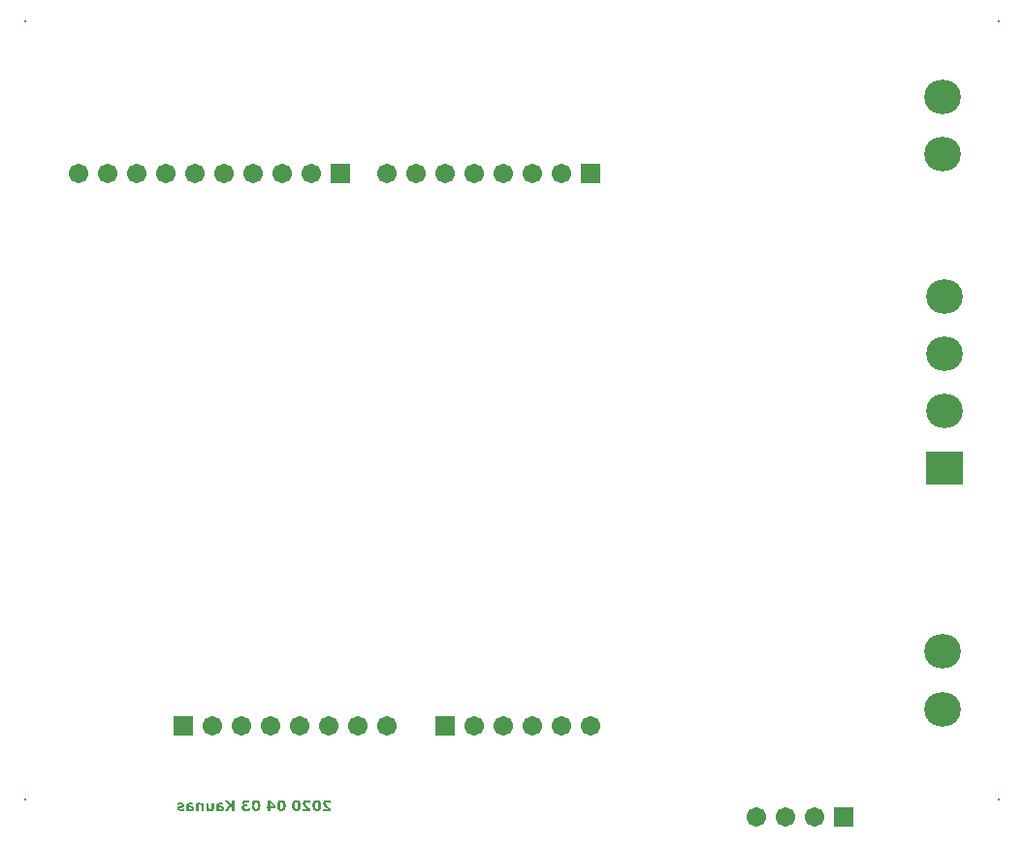
<source format=gbs>
G04*
G04 #@! TF.GenerationSoftware,Altium Limited,Altium Designer,19.0.15 (446)*
G04*
G04 Layer_Color=16711935*
%FSLAX25Y25*%
%MOIN*%
G70*
G01*
G75*
%ADD134C,0.06706*%
%ADD135R,0.06706X0.06706*%
%ADD136O,0.12611X0.11824*%
%ADD137R,0.12611X0.11824*%
%ADD138C,0.00800*%
G36*
X190507Y116447D02*
X190634Y116442D01*
X190751Y116430D01*
X190856Y116414D01*
X190939Y116397D01*
X190978Y116392D01*
X191006Y116386D01*
X191034Y116381D01*
X191051D01*
X191062Y116375D01*
X191067D01*
X191189Y116347D01*
X191295Y116320D01*
X191384Y116297D01*
X191461Y116275D01*
X191522Y116253D01*
X191567Y116236D01*
X191589Y116231D01*
X191600Y116225D01*
Y115448D01*
X191511D01*
X191417Y115498D01*
X191328Y115542D01*
X191245Y115581D01*
X191162Y115615D01*
X191095Y115637D01*
X191045Y115654D01*
X191012Y115665D01*
X191006Y115670D01*
X191001D01*
X190901Y115698D01*
X190812Y115715D01*
X190729Y115731D01*
X190651Y115737D01*
X190590Y115742D01*
X190545Y115748D01*
X190435D01*
X190362Y115742D01*
X190335Y115737D01*
X190312D01*
X190296Y115731D01*
X190290D01*
X190201Y115715D01*
X190163Y115709D01*
X190129Y115698D01*
X190107Y115687D01*
X190085Y115681D01*
X190074Y115676D01*
X190068D01*
X190007Y115642D01*
X189963Y115609D01*
X189935Y115581D01*
X189924Y115576D01*
Y115570D01*
X189891Y115515D01*
X189874Y115459D01*
X189868Y115437D01*
Y115415D01*
Y115404D01*
Y115398D01*
Y115348D01*
X189880Y115304D01*
X189885Y115265D01*
X189896Y115232D01*
X189907Y115209D01*
X189913Y115193D01*
X189924Y115182D01*
Y115176D01*
X189974Y115126D01*
X190024Y115093D01*
X190046Y115076D01*
X190068Y115065D01*
X190079Y115060D01*
X190085D01*
X190163Y115032D01*
X190246Y115015D01*
X190279Y115010D01*
X190307Y115004D01*
X190329D01*
X190440Y114999D01*
X190496D01*
X190551Y114993D01*
X190867D01*
Y114355D01*
X190462D01*
X190423Y114349D01*
X190362D01*
X190301Y114344D01*
X190246Y114338D01*
X190201Y114333D01*
X190157Y114327D01*
X190124Y114316D01*
X190102Y114310D01*
X190085Y114305D01*
X190079D01*
X190002Y114272D01*
X189941Y114233D01*
X189918Y114210D01*
X189902Y114199D01*
X189896Y114188D01*
X189891Y114183D01*
X189863Y114149D01*
X189846Y114111D01*
X189824Y114033D01*
X189818Y114000D01*
X189813Y113972D01*
Y113950D01*
Y113944D01*
Y113883D01*
X189824Y113833D01*
X189830Y113794D01*
X189841Y113755D01*
X189852Y113728D01*
X189857Y113711D01*
X189868Y113700D01*
Y113694D01*
X189913Y113639D01*
X189963Y113589D01*
X189996Y113561D01*
X190007Y113556D01*
X190013Y113550D01*
X190102Y113500D01*
X190190Y113472D01*
X190229Y113461D01*
X190262Y113456D01*
X190285Y113450D01*
X190290D01*
X190407Y113439D01*
X190457Y113434D01*
X190501D01*
X190540Y113428D01*
X190590D01*
X190679Y113434D01*
X190773Y113445D01*
X190862Y113456D01*
X190945Y113472D01*
X191012Y113489D01*
X191067Y113506D01*
X191089Y113511D01*
X191106D01*
X191112Y113517D01*
X191117D01*
X191223Y113556D01*
X191317Y113589D01*
X191400Y113628D01*
X191472Y113661D01*
X191533Y113694D01*
X191578Y113717D01*
X191605Y113733D01*
X191617Y113739D01*
X191705D01*
Y112945D01*
X191628Y112917D01*
X191539Y112884D01*
X191456Y112862D01*
X191372Y112840D01*
X191300Y112823D01*
X191239Y112806D01*
X191217Y112801D01*
X191200D01*
X191195Y112795D01*
X191189D01*
X191062Y112773D01*
X190934Y112756D01*
X190806Y112740D01*
X190684Y112734D01*
X190579Y112729D01*
X190534Y112723D01*
X190423D01*
X190285Y112729D01*
X190157Y112734D01*
X190046Y112745D01*
X189946Y112762D01*
X189868Y112779D01*
X189813Y112790D01*
X189791Y112795D01*
X189774D01*
X189769Y112801D01*
X189763D01*
X189663Y112834D01*
X189569Y112873D01*
X189491Y112912D01*
X189419Y112951D01*
X189363Y112984D01*
X189319Y113012D01*
X189297Y113028D01*
X189286Y113034D01*
X189214Y113095D01*
X189152Y113156D01*
X189097Y113223D01*
X189058Y113278D01*
X189025Y113328D01*
X188997Y113373D01*
X188986Y113395D01*
X188980Y113406D01*
X188947Y113489D01*
X188919Y113572D01*
X188903Y113655D01*
X188886Y113728D01*
X188881Y113789D01*
X188875Y113839D01*
Y113872D01*
Y113883D01*
X188881Y113961D01*
X188886Y114033D01*
X188897Y114094D01*
X188908Y114144D01*
X188925Y114183D01*
X188936Y114216D01*
X188942Y114233D01*
X188947Y114238D01*
X189008Y114333D01*
X189036Y114377D01*
X189069Y114410D01*
X189097Y114438D01*
X189114Y114460D01*
X189130Y114471D01*
X189136Y114477D01*
X189219Y114538D01*
X189302Y114582D01*
X189336Y114599D01*
X189363Y114610D01*
X189380Y114621D01*
X189385D01*
X189485Y114655D01*
X189530Y114666D01*
X189569Y114671D01*
X189602Y114682D01*
X189624D01*
X189641Y114688D01*
X189646D01*
Y114727D01*
X189535Y114754D01*
X189441Y114799D01*
X189358Y114849D01*
X189286Y114899D01*
X189230Y114943D01*
X189191Y114982D01*
X189163Y115010D01*
X189158Y115021D01*
X189097Y115115D01*
X189047Y115204D01*
X189014Y115293D01*
X188991Y115376D01*
X188980Y115448D01*
X188969Y115504D01*
Y115526D01*
Y115542D01*
Y115548D01*
Y115554D01*
X188975Y115637D01*
X188986Y115709D01*
X189003Y115781D01*
X189019Y115837D01*
X189036Y115881D01*
X189052Y115920D01*
X189064Y115942D01*
X189069Y115948D01*
X189108Y116009D01*
X189152Y116064D01*
X189202Y116114D01*
X189252Y116153D01*
X189297Y116186D01*
X189330Y116214D01*
X189352Y116231D01*
X189363Y116236D01*
X189430Y116270D01*
X189497Y116303D01*
X189569Y116325D01*
X189635Y116347D01*
X189696Y116369D01*
X189741Y116381D01*
X189774Y116392D01*
X189785D01*
X189885Y116414D01*
X189985Y116425D01*
X190085Y116436D01*
X190179Y116447D01*
X190257D01*
X190323Y116453D01*
X190379D01*
X190507Y116447D01*
D02*
G37*
G36*
X218384Y116447D02*
X218506Y116442D01*
X218623Y116430D01*
X218723Y116414D01*
X218812Y116397D01*
X218845Y116392D01*
X218873Y116386D01*
X218900Y116381D01*
X218917D01*
X218928Y116375D01*
X218934D01*
X219050Y116347D01*
X219150Y116320D01*
X219239Y116297D01*
X219306Y116275D01*
X219361Y116253D01*
X219400Y116236D01*
X219428Y116231D01*
X219433Y116225D01*
Y115431D01*
X219361D01*
X219200Y115526D01*
X219122Y115565D01*
X219056Y115598D01*
X218995Y115626D01*
X218945Y115648D01*
X218917Y115659D01*
X218906Y115665D01*
X218817Y115698D01*
X218728Y115720D01*
X218651Y115737D01*
X218579Y115748D01*
X218523Y115753D01*
X218479Y115759D01*
X218440D01*
X218334Y115753D01*
X218240Y115737D01*
X218162Y115715D01*
X218101Y115692D01*
X218051Y115665D01*
X218012Y115642D01*
X217990Y115626D01*
X217985Y115620D01*
X217929Y115565D01*
X217890Y115504D01*
X217863Y115443D01*
X217846Y115382D01*
X217829Y115326D01*
X217824Y115282D01*
Y115254D01*
Y115248D01*
Y115243D01*
X217829Y115165D01*
X217846Y115093D01*
X217863Y115021D01*
X217885Y114960D01*
X217913Y114904D01*
X217929Y114865D01*
X217946Y114838D01*
X217951Y114827D01*
X218001Y114749D01*
X218068Y114666D01*
X218134Y114582D01*
X218201Y114505D01*
X218262Y114438D01*
X218312Y114388D01*
X218334Y114366D01*
X218351Y114349D01*
X218356Y114344D01*
X218362Y114338D01*
X218440Y114260D01*
X218523Y114183D01*
X218612Y114111D01*
X218695Y114039D01*
X218767Y113977D01*
X218828Y113927D01*
X218850Y113911D01*
X218867Y113894D01*
X218878Y113889D01*
X218884Y113883D01*
X219006Y113789D01*
X219122Y113694D01*
X219228Y113611D01*
X219328Y113539D01*
X219411Y113478D01*
X219444Y113450D01*
X219472Y113428D01*
X219494Y113411D01*
X219511Y113400D01*
X219522Y113395D01*
X219528Y113389D01*
Y112795D01*
X216708D01*
Y113484D01*
X218323D01*
X218284Y113511D01*
X218234Y113550D01*
X218129Y113628D01*
X218085Y113661D01*
X218040Y113689D01*
X218018Y113711D01*
X218007Y113717D01*
X217846Y113850D01*
X217768Y113911D01*
X217702Y113966D01*
X217646Y114016D01*
X217607Y114055D01*
X217580Y114077D01*
X217568Y114088D01*
X217446Y114210D01*
X217341Y114327D01*
X217252Y114433D01*
X217174Y114527D01*
X217119Y114610D01*
X217080Y114671D01*
X217063Y114693D01*
X217052Y114710D01*
X217047Y114716D01*
Y114721D01*
X216991Y114838D01*
X216947Y114949D01*
X216919Y115060D01*
X216897Y115160D01*
X216886Y115243D01*
X216880Y115276D01*
X216875Y115309D01*
Y115332D01*
Y115348D01*
Y115359D01*
Y115365D01*
X216880Y115459D01*
X216891Y115548D01*
X216908Y115631D01*
X216930Y115709D01*
X216958Y115781D01*
X216986Y115848D01*
X217019Y115909D01*
X217052Y115964D01*
X217086Y116009D01*
X217119Y116053D01*
X217147Y116086D01*
X217174Y116120D01*
X217197Y116142D01*
X217213Y116159D01*
X217224Y116164D01*
X217230Y116170D01*
X217302Y116220D01*
X217374Y116264D01*
X217457Y116303D01*
X217541Y116336D01*
X217713Y116386D01*
X217879Y116419D01*
X217957Y116430D01*
X218029Y116436D01*
X218096Y116442D01*
X218151Y116447D01*
X218196Y116453D01*
X218262D01*
X218384Y116447D01*
D02*
G37*
G36*
X211369D02*
X211491Y116442D01*
X211608Y116430D01*
X211708Y116414D01*
X211796Y116397D01*
X211830Y116392D01*
X211858Y116386D01*
X211885Y116381D01*
X211902D01*
X211913Y116375D01*
X211918D01*
X212035Y116347D01*
X212135Y116320D01*
X212224Y116297D01*
X212290Y116275D01*
X212346Y116253D01*
X212385Y116236D01*
X212413Y116231D01*
X212418Y116225D01*
Y115431D01*
X212346D01*
X212185Y115526D01*
X212107Y115565D01*
X212041Y115598D01*
X211980Y115626D01*
X211930Y115648D01*
X211902Y115659D01*
X211891Y115665D01*
X211802Y115698D01*
X211713Y115720D01*
X211635Y115737D01*
X211563Y115748D01*
X211508Y115753D01*
X211463Y115759D01*
X211425D01*
X211319Y115753D01*
X211225Y115737D01*
X211147Y115715D01*
X211086Y115692D01*
X211036Y115665D01*
X210997Y115642D01*
X210975Y115626D01*
X210969Y115620D01*
X210914Y115565D01*
X210875Y115504D01*
X210847Y115443D01*
X210831Y115382D01*
X210814Y115326D01*
X210808Y115282D01*
Y115254D01*
Y115248D01*
Y115243D01*
X210814Y115165D01*
X210831Y115093D01*
X210847Y115021D01*
X210870Y114960D01*
X210897Y114904D01*
X210914Y114865D01*
X210931Y114838D01*
X210936Y114827D01*
X210986Y114749D01*
X211053Y114666D01*
X211119Y114582D01*
X211186Y114505D01*
X211247Y114438D01*
X211297Y114388D01*
X211319Y114366D01*
X211336Y114349D01*
X211341Y114344D01*
X211347Y114338D01*
X211425Y114260D01*
X211508Y114183D01*
X211597Y114111D01*
X211680Y114039D01*
X211752Y113977D01*
X211813Y113927D01*
X211835Y113911D01*
X211852Y113894D01*
X211863Y113889D01*
X211869Y113883D01*
X211991Y113789D01*
X212107Y113694D01*
X212213Y113611D01*
X212313Y113539D01*
X212396Y113478D01*
X212429Y113450D01*
X212457Y113428D01*
X212479Y113411D01*
X212496Y113400D01*
X212507Y113395D01*
X212512Y113389D01*
Y112795D01*
X209693D01*
Y113484D01*
X211308D01*
X211269Y113511D01*
X211219Y113550D01*
X211114Y113628D01*
X211069Y113661D01*
X211025Y113689D01*
X211003Y113711D01*
X210992Y113717D01*
X210831Y113850D01*
X210753Y113911D01*
X210686Y113966D01*
X210631Y114016D01*
X210592Y114055D01*
X210564Y114077D01*
X210553Y114088D01*
X210431Y114210D01*
X210326Y114327D01*
X210237Y114433D01*
X210159Y114527D01*
X210104Y114610D01*
X210065Y114671D01*
X210048Y114693D01*
X210037Y114710D01*
X210032Y114716D01*
Y114721D01*
X209976Y114838D01*
X209932Y114949D01*
X209904Y115060D01*
X209882Y115160D01*
X209871Y115243D01*
X209865Y115276D01*
X209859Y115309D01*
Y115332D01*
Y115348D01*
Y115359D01*
Y115365D01*
X209865Y115459D01*
X209876Y115548D01*
X209893Y115631D01*
X209915Y115709D01*
X209943Y115781D01*
X209970Y115848D01*
X210004Y115909D01*
X210037Y115964D01*
X210070Y116009D01*
X210104Y116053D01*
X210131Y116086D01*
X210159Y116120D01*
X210181Y116142D01*
X210198Y116159D01*
X210209Y116164D01*
X210215Y116170D01*
X210287Y116220D01*
X210359Y116264D01*
X210442Y116303D01*
X210525Y116336D01*
X210698Y116386D01*
X210864Y116419D01*
X210942Y116430D01*
X211014Y116436D01*
X211081Y116442D01*
X211136Y116447D01*
X211180Y116453D01*
X211247D01*
X211369Y116447D01*
D02*
G37*
G36*
X181765Y115576D02*
X181871Y115565D01*
X181965Y115559D01*
X182043Y115548D01*
X182104Y115537D01*
X182126D01*
X182143Y115531D01*
X182159D01*
X182265Y115515D01*
X182359Y115498D01*
X182431Y115481D01*
X182492Y115470D01*
X182537Y115459D01*
X182570Y115448D01*
X182592Y115443D01*
X182598D01*
Y114793D01*
X182520D01*
X182476Y114810D01*
X182420Y114827D01*
X182309Y114865D01*
X182259Y114882D01*
X182215Y114899D01*
X182187Y114904D01*
X182176Y114910D01*
X182087Y114938D01*
X181999Y114954D01*
X181921Y114971D01*
X181854Y114976D01*
X181799Y114982D01*
X181754Y114988D01*
X181715D01*
X181588Y114982D01*
X181482Y114976D01*
X181388Y114960D01*
X181316Y114943D01*
X181255Y114927D01*
X181216Y114915D01*
X181188Y114904D01*
X181183Y114899D01*
X181122Y114860D01*
X181077Y114815D01*
X181044Y114766D01*
X181022Y114710D01*
X181011Y114666D01*
X181000Y114627D01*
Y114599D01*
Y114588D01*
Y114577D01*
X181138Y114566D01*
X181277Y114555D01*
X181399Y114543D01*
X181510Y114532D01*
X181604Y114521D01*
X181643Y114516D01*
X181677D01*
X181704Y114510D01*
X181721Y114505D01*
X181738D01*
X181865Y114488D01*
X181982Y114460D01*
X182082Y114438D01*
X182165Y114410D01*
X182237Y114388D01*
X182287Y114366D01*
X182320Y114355D01*
X182326Y114349D01*
X182332D01*
X182420Y114305D01*
X182492Y114260D01*
X182559Y114210D01*
X182609Y114161D01*
X182653Y114122D01*
X182687Y114088D01*
X182703Y114066D01*
X182709Y114055D01*
X182753Y113983D01*
X182781Y113900D01*
X182803Y113822D01*
X182820Y113744D01*
X182831Y113678D01*
X182836Y113622D01*
Y113600D01*
Y113583D01*
Y113578D01*
Y113572D01*
X182831Y113506D01*
X182825Y113439D01*
X182798Y113322D01*
X182753Y113217D01*
X182709Y113128D01*
X182665Y113056D01*
X182620Y113006D01*
X182592Y112973D01*
X182581Y112967D01*
Y112962D01*
X182531Y112917D01*
X182476Y112884D01*
X182370Y112823D01*
X182265Y112784D01*
X182159Y112751D01*
X182071Y112734D01*
X182032Y112729D01*
X181999D01*
X181976Y112723D01*
X181937D01*
X181821Y112729D01*
X181771Y112734D01*
X181727Y112740D01*
X181688D01*
X181660Y112745D01*
X181643Y112751D01*
X181638D01*
X181538Y112773D01*
X181493Y112790D01*
X181455Y112801D01*
X181421Y112818D01*
X181394Y112823D01*
X181377Y112834D01*
X181371D01*
X181299Y112873D01*
X181238Y112912D01*
X181216Y112923D01*
X181194Y112940D01*
X181183Y112945D01*
X181177Y112951D01*
X181105Y113006D01*
X181049Y113045D01*
X181027Y113056D01*
X181011Y113067D01*
X181005Y113078D01*
X181000D01*
Y112795D01*
X180139D01*
Y114638D01*
X180145Y114727D01*
X180156Y114810D01*
X180173Y114882D01*
X180189Y114954D01*
X180217Y115015D01*
X180245Y115076D01*
X180272Y115126D01*
X180306Y115176D01*
X180339Y115215D01*
X180367Y115248D01*
X180394Y115282D01*
X180422Y115304D01*
X180439Y115326D01*
X180456Y115337D01*
X180467Y115348D01*
X180472D01*
X180539Y115387D01*
X180611Y115426D01*
X180694Y115459D01*
X180778Y115481D01*
X180955Y115526D01*
X181127Y115554D01*
X181210Y115565D01*
X181288Y115570D01*
X181355Y115576D01*
X181416D01*
X181466Y115581D01*
X181654D01*
X181765Y115576D01*
D02*
G37*
G36*
X171442D02*
X171548Y115565D01*
X171642Y115559D01*
X171720Y115548D01*
X171781Y115537D01*
X171803D01*
X171820Y115531D01*
X171836D01*
X171942Y115515D01*
X172036Y115498D01*
X172108Y115481D01*
X172169Y115470D01*
X172214Y115459D01*
X172247Y115448D01*
X172269Y115443D01*
X172275D01*
Y114793D01*
X172197D01*
X172153Y114810D01*
X172097Y114827D01*
X171986Y114865D01*
X171936Y114882D01*
X171892Y114899D01*
X171864Y114904D01*
X171853Y114910D01*
X171764Y114938D01*
X171676Y114954D01*
X171598Y114971D01*
X171531Y114976D01*
X171476Y114982D01*
X171431Y114988D01*
X171392D01*
X171265Y114982D01*
X171159Y114976D01*
X171065Y114960D01*
X170993Y114943D01*
X170932Y114927D01*
X170893Y114915D01*
X170865Y114904D01*
X170860Y114899D01*
X170799Y114860D01*
X170754Y114815D01*
X170721Y114766D01*
X170699Y114710D01*
X170688Y114666D01*
X170677Y114627D01*
Y114599D01*
Y114588D01*
Y114577D01*
X170815Y114566D01*
X170954Y114555D01*
X171076Y114543D01*
X171187Y114532D01*
X171281Y114521D01*
X171320Y114516D01*
X171354D01*
X171381Y114510D01*
X171398Y114505D01*
X171415D01*
X171542Y114488D01*
X171659Y114460D01*
X171759Y114438D01*
X171842Y114410D01*
X171914Y114388D01*
X171964Y114366D01*
X171997Y114355D01*
X172003Y114349D01*
X172009D01*
X172097Y114305D01*
X172169Y114260D01*
X172236Y114210D01*
X172286Y114161D01*
X172330Y114122D01*
X172364Y114088D01*
X172380Y114066D01*
X172386Y114055D01*
X172430Y113983D01*
X172458Y113900D01*
X172480Y113822D01*
X172497Y113744D01*
X172508Y113678D01*
X172513Y113622D01*
Y113600D01*
Y113583D01*
Y113578D01*
Y113572D01*
X172508Y113506D01*
X172502Y113439D01*
X172475Y113322D01*
X172430Y113217D01*
X172386Y113128D01*
X172342Y113056D01*
X172297Y113006D01*
X172269Y112973D01*
X172258Y112967D01*
Y112962D01*
X172208Y112917D01*
X172153Y112884D01*
X172047Y112823D01*
X171942Y112784D01*
X171836Y112751D01*
X171748Y112734D01*
X171709Y112729D01*
X171676D01*
X171653Y112723D01*
X171614D01*
X171498Y112729D01*
X171448Y112734D01*
X171404Y112740D01*
X171365D01*
X171337Y112745D01*
X171320Y112751D01*
X171315D01*
X171215Y112773D01*
X171170Y112790D01*
X171132Y112801D01*
X171098Y112818D01*
X171071Y112823D01*
X171054Y112834D01*
X171048D01*
X170976Y112873D01*
X170915Y112912D01*
X170893Y112923D01*
X170871Y112940D01*
X170860Y112945D01*
X170854Y112951D01*
X170782Y113006D01*
X170726Y113045D01*
X170704Y113056D01*
X170688Y113067D01*
X170682Y113078D01*
X170677D01*
Y112795D01*
X169816D01*
Y114638D01*
X169822Y114727D01*
X169833Y114810D01*
X169850Y114882D01*
X169866Y114954D01*
X169894Y115015D01*
X169922Y115076D01*
X169949Y115126D01*
X169983Y115176D01*
X170016Y115215D01*
X170044Y115248D01*
X170071Y115282D01*
X170099Y115304D01*
X170116Y115326D01*
X170133Y115337D01*
X170144Y115348D01*
X170149D01*
X170216Y115387D01*
X170288Y115426D01*
X170371Y115459D01*
X170455Y115481D01*
X170632Y115526D01*
X170804Y115554D01*
X170887Y115565D01*
X170965Y115570D01*
X171032Y115576D01*
X171093D01*
X171143Y115581D01*
X171331D01*
X171442Y115576D01*
D02*
G37*
G36*
X186394Y112795D02*
X185467D01*
Y113961D01*
X185256Y114227D01*
X184191Y112795D01*
X183047D01*
X184518Y114721D01*
X183120Y116381D01*
X184196D01*
X185467Y114760D01*
Y116381D01*
X186394D01*
Y112795D01*
D02*
G37*
G36*
X179362Y113739D02*
X179357Y113644D01*
X179351Y113561D01*
X179340Y113484D01*
X179323Y113406D01*
X179307Y113339D01*
X179285Y113278D01*
X179262Y113223D01*
X179240Y113167D01*
X179218Y113123D01*
X179201Y113084D01*
X179179Y113051D01*
X179162Y113028D01*
X179146Y113006D01*
X179135Y112989D01*
X179124Y112984D01*
Y112978D01*
X179074Y112934D01*
X179024Y112895D01*
X178913Y112829D01*
X178802Y112784D01*
X178691Y112756D01*
X178591Y112734D01*
X178546Y112729D01*
X178507D01*
X178480Y112723D01*
X178435D01*
X178335Y112729D01*
X178247Y112740D01*
X178163Y112751D01*
X178097Y112773D01*
X178041Y112790D01*
X177997Y112801D01*
X177975Y112812D01*
X177964Y112818D01*
X177886Y112856D01*
X177808Y112901D01*
X177736Y112945D01*
X177664Y112989D01*
X177608Y113034D01*
X177559Y113067D01*
X177531Y113089D01*
X177520Y113095D01*
Y112795D01*
X176648D01*
Y115498D01*
X177520D01*
Y113583D01*
X177614Y113528D01*
X177658Y113506D01*
X177697Y113489D01*
X177731Y113478D01*
X177758Y113467D01*
X177775Y113461D01*
X177780D01*
X177875Y113439D01*
X177914Y113434D01*
X177953Y113428D01*
X177980Y113422D01*
X178086D01*
X178136Y113428D01*
X178180Y113434D01*
X178219Y113445D01*
X178247Y113450D01*
X178269Y113456D01*
X178280Y113461D01*
X178286D01*
X178341Y113500D01*
X178385Y113539D01*
X178408Y113572D01*
X178419Y113583D01*
Y113589D01*
X178446Y113661D01*
X178469Y113733D01*
X178474Y113767D01*
X178480Y113789D01*
Y113805D01*
Y113811D01*
X178485Y113866D01*
Y113922D01*
Y113983D01*
X178491Y114033D01*
Y114083D01*
Y114122D01*
Y114144D01*
Y114155D01*
Y115498D01*
X179362D01*
Y113739D01*
D02*
G37*
G36*
X174140Y115576D02*
X174229Y115565D01*
X174306Y115548D01*
X174378Y115531D01*
X174434Y115515D01*
X174478Y115498D01*
X174506Y115487D01*
X174517Y115481D01*
X174595Y115443D01*
X174672Y115398D01*
X174750Y115354D01*
X174817Y115309D01*
X174872Y115265D01*
X174917Y115232D01*
X174944Y115209D01*
X174955Y115204D01*
Y115498D01*
X175827D01*
Y112795D01*
X174955D01*
Y114716D01*
X174856Y114771D01*
X174811Y114793D01*
X174778Y114815D01*
X174745Y114827D01*
X174722Y114838D01*
X174706Y114843D01*
X174700D01*
X174611Y114865D01*
X174567Y114871D01*
X174534Y114876D01*
X174500Y114882D01*
X174400D01*
X174351Y114876D01*
X174306Y114871D01*
X174267Y114860D01*
X174240Y114854D01*
X174217Y114843D01*
X174206Y114838D01*
X174201D01*
X174140Y114799D01*
X174095Y114760D01*
X174067Y114727D01*
X174062Y114716D01*
Y114710D01*
X174051Y114677D01*
X174034Y114638D01*
X174018Y114560D01*
X174012Y114521D01*
Y114494D01*
X174006Y114471D01*
Y114466D01*
X173995Y114349D01*
X173990Y114294D01*
X173984Y114244D01*
Y114199D01*
Y114166D01*
Y114144D01*
Y114138D01*
Y112795D01*
X173113D01*
Y114555D01*
Y114649D01*
X173124Y114732D01*
X173135Y114815D01*
X173152Y114888D01*
X173168Y114960D01*
X173191Y115021D01*
X173213Y115076D01*
X173235Y115132D01*
X173263Y115176D01*
X173285Y115215D01*
X173307Y115248D01*
X173324Y115271D01*
X173340Y115293D01*
X173352Y115309D01*
X173357Y115315D01*
X173363Y115321D01*
X173413Y115365D01*
X173463Y115409D01*
X173574Y115470D01*
X173685Y115520D01*
X173796Y115548D01*
X173896Y115570D01*
X173934Y115576D01*
X173973D01*
X174001Y115581D01*
X174045D01*
X174140Y115576D01*
D02*
G37*
G36*
X200547Y114299D02*
Y113622D01*
X198804D01*
Y112784D01*
X197921D01*
Y113622D01*
X197433D01*
Y114277D01*
X197921D01*
Y116381D01*
X198865D01*
X200547Y114299D01*
D02*
G37*
G36*
X214855Y116447D02*
X214988Y116436D01*
X215104Y116414D01*
X215199Y116392D01*
X215282Y116369D01*
X215315Y116358D01*
X215343Y116347D01*
X215365Y116342D01*
X215382Y116336D01*
X215387Y116331D01*
X215393D01*
X215493Y116281D01*
X215581Y116225D01*
X215665Y116170D01*
X215731Y116114D01*
X215781Y116059D01*
X215820Y116020D01*
X215842Y115992D01*
X215854Y115981D01*
X215915Y115887D01*
X215970Y115787D01*
X216014Y115692D01*
X216048Y115598D01*
X216081Y115520D01*
X216098Y115454D01*
X216103Y115431D01*
X216109Y115415D01*
X216114Y115404D01*
Y115398D01*
X216142Y115265D01*
X216159Y115126D01*
X216175Y114993D01*
X216181Y114865D01*
X216186Y114804D01*
Y114754D01*
X216192Y114705D01*
Y114666D01*
Y114632D01*
Y114610D01*
Y114594D01*
Y114588D01*
X216186Y114421D01*
X216181Y114272D01*
X216170Y114133D01*
X216153Y114016D01*
X216148Y113966D01*
X216137Y113916D01*
X216131Y113877D01*
X216125Y113844D01*
X216120Y113816D01*
Y113800D01*
X216114Y113789D01*
Y113783D01*
X216081Y113655D01*
X216042Y113544D01*
X215998Y113445D01*
X215959Y113356D01*
X215920Y113289D01*
X215887Y113239D01*
X215865Y113206D01*
X215859Y113200D01*
Y113195D01*
X215787Y113112D01*
X215709Y113040D01*
X215637Y112978D01*
X215559Y112928D01*
X215498Y112890D01*
X215443Y112862D01*
X215409Y112845D01*
X215404Y112840D01*
X215398D01*
X215287Y112801D01*
X215171Y112773D01*
X215054Y112751D01*
X214949Y112740D01*
X214855Y112729D01*
X214810D01*
X214777Y112723D01*
X214710D01*
X214566Y112729D01*
X214433Y112740D01*
X214316Y112762D01*
X214216Y112784D01*
X214139Y112801D01*
X214105Y112812D01*
X214077Y112823D01*
X214055Y112829D01*
X214039Y112834D01*
X214033Y112840D01*
X214028D01*
X213928Y112890D01*
X213833Y112945D01*
X213756Y113001D01*
X213689Y113056D01*
X213639Y113112D01*
X213600Y113151D01*
X213572Y113178D01*
X213567Y113189D01*
X213506Y113284D01*
X213456Y113378D01*
X213411Y113478D01*
X213373Y113572D01*
X213345Y113655D01*
X213328Y113717D01*
X213323Y113744D01*
X213317Y113761D01*
X213312Y113772D01*
Y113778D01*
X213284Y113916D01*
X213262Y114055D01*
X213250Y114188D01*
X213239Y114316D01*
X213234Y114372D01*
Y114427D01*
X213228Y114471D01*
Y114510D01*
Y114543D01*
Y114566D01*
Y114582D01*
Y114588D01*
X213234Y114749D01*
X213239Y114904D01*
X213256Y115038D01*
X213267Y115154D01*
X213278Y115204D01*
X213284Y115248D01*
X213289Y115287D01*
X213300Y115321D01*
X213306Y115348D01*
Y115365D01*
X213312Y115376D01*
Y115382D01*
X213345Y115509D01*
X213384Y115620D01*
X213428Y115720D01*
X213467Y115803D01*
X213506Y115870D01*
X213539Y115920D01*
X213561Y115953D01*
X213567Y115964D01*
X213639Y116053D01*
X213711Y116125D01*
X213789Y116186D01*
X213861Y116242D01*
X213922Y116281D01*
X213978Y116308D01*
X214011Y116325D01*
X214016Y116331D01*
X214022D01*
X214133Y116369D01*
X214244Y116403D01*
X214360Y116425D01*
X214472Y116436D01*
X214566Y116447D01*
X214605D01*
X214644Y116453D01*
X214710D01*
X214855Y116447D01*
D02*
G37*
G36*
X207839D02*
X207973Y116436D01*
X208089Y116414D01*
X208183Y116392D01*
X208267Y116369D01*
X208300Y116358D01*
X208328Y116347D01*
X208350Y116342D01*
X208366Y116336D01*
X208372Y116331D01*
X208378D01*
X208477Y116281D01*
X208566Y116225D01*
X208650Y116170D01*
X208716Y116114D01*
X208766Y116059D01*
X208805Y116020D01*
X208827Y115992D01*
X208838Y115981D01*
X208899Y115887D01*
X208955Y115787D01*
X208999Y115692D01*
X209033Y115598D01*
X209066Y115520D01*
X209083Y115454D01*
X209088Y115431D01*
X209094Y115415D01*
X209099Y115404D01*
Y115398D01*
X209127Y115265D01*
X209143Y115126D01*
X209160Y114993D01*
X209166Y114865D01*
X209171Y114804D01*
Y114754D01*
X209177Y114705D01*
Y114666D01*
Y114632D01*
Y114610D01*
Y114594D01*
Y114588D01*
X209171Y114421D01*
X209166Y114272D01*
X209155Y114133D01*
X209138Y114016D01*
X209132Y113966D01*
X209121Y113916D01*
X209116Y113877D01*
X209110Y113844D01*
X209105Y113816D01*
Y113800D01*
X209099Y113789D01*
Y113783D01*
X209066Y113655D01*
X209027Y113544D01*
X208983Y113445D01*
X208944Y113356D01*
X208905Y113289D01*
X208872Y113239D01*
X208849Y113206D01*
X208844Y113200D01*
Y113195D01*
X208772Y113112D01*
X208694Y113040D01*
X208622Y112978D01*
X208544Y112928D01*
X208483Y112890D01*
X208428Y112862D01*
X208394Y112845D01*
X208389Y112840D01*
X208383D01*
X208272Y112801D01*
X208156Y112773D01*
X208039Y112751D01*
X207934Y112740D01*
X207839Y112729D01*
X207795D01*
X207762Y112723D01*
X207695D01*
X207551Y112729D01*
X207417Y112740D01*
X207301Y112762D01*
X207201Y112784D01*
X207123Y112801D01*
X207090Y112812D01*
X207062Y112823D01*
X207040Y112829D01*
X207023Y112834D01*
X207018Y112840D01*
X207012D01*
X206912Y112890D01*
X206818Y112945D01*
X206740Y113001D01*
X206674Y113056D01*
X206624Y113112D01*
X206585Y113151D01*
X206557Y113178D01*
X206552Y113189D01*
X206491Y113284D01*
X206441Y113378D01*
X206396Y113478D01*
X206357Y113572D01*
X206330Y113655D01*
X206313Y113717D01*
X206308Y113744D01*
X206302Y113761D01*
X206296Y113772D01*
Y113778D01*
X206269Y113916D01*
X206246Y114055D01*
X206235Y114188D01*
X206224Y114316D01*
X206219Y114372D01*
Y114427D01*
X206213Y114471D01*
Y114510D01*
Y114543D01*
Y114566D01*
Y114582D01*
Y114588D01*
X206219Y114749D01*
X206224Y114904D01*
X206241Y115038D01*
X206252Y115154D01*
X206263Y115204D01*
X206269Y115248D01*
X206274Y115287D01*
X206285Y115321D01*
X206291Y115348D01*
Y115365D01*
X206296Y115376D01*
Y115382D01*
X206330Y115509D01*
X206368Y115620D01*
X206413Y115720D01*
X206452Y115803D01*
X206491Y115870D01*
X206524Y115920D01*
X206546Y115953D01*
X206552Y115964D01*
X206624Y116053D01*
X206696Y116125D01*
X206774Y116186D01*
X206846Y116242D01*
X206907Y116281D01*
X206962Y116308D01*
X206996Y116325D01*
X207001Y116331D01*
X207007D01*
X207118Y116369D01*
X207229Y116403D01*
X207345Y116425D01*
X207456Y116436D01*
X207551Y116447D01*
X207590D01*
X207628Y116453D01*
X207695D01*
X207839Y116447D01*
D02*
G37*
G36*
X202644D02*
X202778Y116436D01*
X202894Y116414D01*
X202989Y116392D01*
X203072Y116369D01*
X203105Y116358D01*
X203133Y116347D01*
X203155Y116342D01*
X203172Y116336D01*
X203177Y116331D01*
X203183D01*
X203283Y116281D01*
X203372Y116225D01*
X203455Y116170D01*
X203521Y116114D01*
X203571Y116059D01*
X203610Y116020D01*
X203632Y115992D01*
X203643Y115981D01*
X203705Y115887D01*
X203760Y115787D01*
X203804Y115692D01*
X203838Y115598D01*
X203871Y115520D01*
X203888Y115454D01*
X203893Y115431D01*
X203899Y115415D01*
X203904Y115404D01*
Y115398D01*
X203932Y115265D01*
X203949Y115126D01*
X203965Y114993D01*
X203971Y114865D01*
X203976Y114804D01*
Y114754D01*
X203982Y114705D01*
Y114666D01*
Y114632D01*
Y114610D01*
Y114594D01*
Y114588D01*
X203976Y114421D01*
X203971Y114272D01*
X203960Y114133D01*
X203943Y114016D01*
X203938Y113966D01*
X203926Y113916D01*
X203921Y113877D01*
X203915Y113844D01*
X203910Y113816D01*
Y113800D01*
X203904Y113789D01*
Y113783D01*
X203871Y113655D01*
X203832Y113544D01*
X203788Y113445D01*
X203749Y113356D01*
X203710Y113289D01*
X203677Y113239D01*
X203655Y113206D01*
X203649Y113200D01*
Y113195D01*
X203577Y113112D01*
X203499Y113040D01*
X203427Y112978D01*
X203349Y112928D01*
X203288Y112890D01*
X203233Y112862D01*
X203200Y112845D01*
X203194Y112840D01*
X203188D01*
X203077Y112801D01*
X202961Y112773D01*
X202844Y112751D01*
X202739Y112740D01*
X202644Y112729D01*
X202600D01*
X202567Y112723D01*
X202500D01*
X202356Y112729D01*
X202223Y112740D01*
X202106Y112762D01*
X202006Y112784D01*
X201928Y112801D01*
X201895Y112812D01*
X201868Y112823D01*
X201845Y112829D01*
X201829Y112834D01*
X201823Y112840D01*
X201817D01*
X201718Y112890D01*
X201623Y112945D01*
X201546Y113001D01*
X201479Y113056D01*
X201429Y113112D01*
X201390Y113151D01*
X201362Y113178D01*
X201357Y113189D01*
X201296Y113284D01*
X201246Y113378D01*
X201202Y113478D01*
X201163Y113572D01*
X201135Y113655D01*
X201118Y113717D01*
X201113Y113744D01*
X201107Y113761D01*
X201102Y113772D01*
Y113778D01*
X201074Y113916D01*
X201052Y114055D01*
X201041Y114188D01*
X201029Y114316D01*
X201024Y114372D01*
Y114427D01*
X201018Y114471D01*
Y114510D01*
Y114543D01*
Y114566D01*
Y114582D01*
Y114588D01*
X201024Y114749D01*
X201029Y114904D01*
X201046Y115038D01*
X201057Y115154D01*
X201068Y115204D01*
X201074Y115248D01*
X201079Y115287D01*
X201091Y115321D01*
X201096Y115348D01*
Y115365D01*
X201102Y115376D01*
Y115382D01*
X201135Y115509D01*
X201174Y115620D01*
X201218Y115720D01*
X201257Y115803D01*
X201296Y115870D01*
X201329Y115920D01*
X201351Y115953D01*
X201357Y115964D01*
X201429Y116053D01*
X201501Y116125D01*
X201579Y116186D01*
X201651Y116242D01*
X201712Y116281D01*
X201768Y116308D01*
X201801Y116325D01*
X201806Y116331D01*
X201812D01*
X201923Y116369D01*
X202034Y116403D01*
X202151Y116425D01*
X202261Y116436D01*
X202356Y116447D01*
X202395D01*
X202434Y116453D01*
X202500D01*
X202644Y116447D01*
D02*
G37*
G36*
X193942D02*
X194075Y116436D01*
X194192Y116414D01*
X194286Y116392D01*
X194369Y116369D01*
X194403Y116358D01*
X194430Y116347D01*
X194453Y116342D01*
X194469Y116336D01*
X194475Y116331D01*
X194480D01*
X194580Y116281D01*
X194669Y116225D01*
X194752Y116170D01*
X194819Y116114D01*
X194869Y116059D01*
X194908Y116020D01*
X194930Y115992D01*
X194941Y115981D01*
X195002Y115887D01*
X195058Y115787D01*
X195102Y115692D01*
X195135Y115598D01*
X195169Y115520D01*
X195185Y115454D01*
X195191Y115431D01*
X195196Y115415D01*
X195202Y115404D01*
Y115398D01*
X195230Y115265D01*
X195246Y115126D01*
X195263Y114993D01*
X195268Y114865D01*
X195274Y114804D01*
Y114754D01*
X195280Y114705D01*
Y114666D01*
Y114632D01*
Y114610D01*
Y114594D01*
Y114588D01*
X195274Y114421D01*
X195268Y114272D01*
X195257Y114133D01*
X195241Y114016D01*
X195235Y113966D01*
X195224Y113916D01*
X195219Y113877D01*
X195213Y113844D01*
X195208Y113816D01*
Y113800D01*
X195202Y113789D01*
Y113783D01*
X195169Y113655D01*
X195130Y113544D01*
X195085Y113445D01*
X195046Y113356D01*
X195008Y113289D01*
X194974Y113239D01*
X194952Y113206D01*
X194947Y113200D01*
Y113195D01*
X194875Y113112D01*
X194797Y113040D01*
X194725Y112978D01*
X194647Y112928D01*
X194586Y112890D01*
X194530Y112862D01*
X194497Y112845D01*
X194492Y112840D01*
X194486D01*
X194375Y112801D01*
X194258Y112773D01*
X194142Y112751D01*
X194036Y112740D01*
X193942Y112729D01*
X193898D01*
X193864Y112723D01*
X193798D01*
X193654Y112729D01*
X193520Y112740D01*
X193404Y112762D01*
X193304Y112784D01*
X193226Y112801D01*
X193193Y112812D01*
X193165Y112823D01*
X193143Y112829D01*
X193126Y112834D01*
X193121Y112840D01*
X193115D01*
X193015Y112890D01*
X192921Y112945D01*
X192843Y113001D01*
X192777Y113056D01*
X192727Y113112D01*
X192688Y113151D01*
X192660Y113178D01*
X192655Y113189D01*
X192593Y113284D01*
X192543Y113378D01*
X192499Y113478D01*
X192460Y113572D01*
X192432Y113655D01*
X192416Y113717D01*
X192410Y113744D01*
X192405Y113761D01*
X192399Y113772D01*
Y113778D01*
X192371Y113916D01*
X192349Y114055D01*
X192338Y114188D01*
X192327Y114316D01*
X192322Y114372D01*
Y114427D01*
X192316Y114471D01*
Y114510D01*
Y114543D01*
Y114566D01*
Y114582D01*
Y114588D01*
X192322Y114749D01*
X192327Y114904D01*
X192344Y115038D01*
X192355Y115154D01*
X192366Y115204D01*
X192371Y115248D01*
X192377Y115287D01*
X192388Y115321D01*
X192394Y115348D01*
Y115365D01*
X192399Y115376D01*
Y115382D01*
X192432Y115509D01*
X192471Y115620D01*
X192516Y115720D01*
X192555Y115803D01*
X192593Y115870D01*
X192627Y115920D01*
X192649Y115953D01*
X192655Y115964D01*
X192727Y116053D01*
X192799Y116125D01*
X192877Y116186D01*
X192949Y116242D01*
X193010Y116281D01*
X193065Y116308D01*
X193098Y116325D01*
X193104Y116331D01*
X193110D01*
X193221Y116369D01*
X193332Y116403D01*
X193448Y116425D01*
X193559Y116436D01*
X193654Y116447D01*
X193692D01*
X193731Y116453D01*
X193798D01*
X193942Y116447D01*
D02*
G37*
G36*
X168040Y115570D02*
X168140Y115559D01*
X168240Y115542D01*
X168329Y115520D01*
X168412Y115498D01*
X168490Y115476D01*
X168556Y115454D01*
X168617Y115426D01*
X168673Y115404D01*
X168717Y115382D01*
X168756Y115359D01*
X168784Y115343D01*
X168806Y115332D01*
X168817Y115326D01*
X168823Y115321D01*
X168889Y115271D01*
X168945Y115221D01*
X168995Y115165D01*
X169034Y115110D01*
X169072Y115054D01*
X169100Y114999D01*
X169145Y114899D01*
X169167Y114810D01*
X169178Y114771D01*
X169184Y114738D01*
X169189Y114710D01*
Y114688D01*
Y114677D01*
Y114671D01*
X169184Y114560D01*
X169161Y114460D01*
X169134Y114377D01*
X169100Y114299D01*
X169067Y114244D01*
X169039Y114199D01*
X169017Y114172D01*
X169011Y114161D01*
X168939Y114088D01*
X168851Y114027D01*
X168762Y113977D01*
X168673Y113933D01*
X168595Y113900D01*
X168529Y113877D01*
X168501Y113872D01*
X168484Y113866D01*
X168473Y113861D01*
X168468D01*
X168362Y113839D01*
X168312Y113828D01*
X168268Y113816D01*
X168229Y113811D01*
X168196Y113805D01*
X168173Y113800D01*
X168168D01*
X168107Y113789D01*
X168057Y113783D01*
X168012Y113772D01*
X167974Y113767D01*
X167946Y113761D01*
X167924D01*
X167913Y113755D01*
X167907D01*
X167840Y113739D01*
X167779Y113722D01*
X167735Y113706D01*
X167696Y113694D01*
X167668Y113683D01*
X167652Y113672D01*
X167641Y113667D01*
X167635D01*
X167607Y113650D01*
X167591Y113628D01*
X167569Y113578D01*
X167563Y113556D01*
X167557Y113539D01*
Y113528D01*
Y113522D01*
X167563Y113484D01*
X167580Y113450D01*
X167596Y113422D01*
X167618Y113400D01*
X167646Y113378D01*
X167663Y113367D01*
X167680Y113361D01*
X167685Y113356D01*
X167735Y113339D01*
X167796Y113322D01*
X167857Y113311D01*
X167918Y113306D01*
X167974D01*
X168018Y113300D01*
X168135D01*
X168201Y113306D01*
X168262Y113311D01*
X168318Y113322D01*
X168362Y113328D01*
X168401Y113334D01*
X168423Y113339D01*
X168429D01*
X168545Y113373D01*
X168601Y113384D01*
X168645Y113400D01*
X168678Y113411D01*
X168712Y113422D01*
X168728Y113434D01*
X168734D01*
X168790Y113456D01*
X168834Y113478D01*
X168878Y113500D01*
X168912Y113517D01*
X168939Y113528D01*
X168956Y113539D01*
X168967Y113550D01*
X168973D01*
X169034Y113589D01*
X169078Y113622D01*
X169111Y113644D01*
X169117Y113655D01*
X169200D01*
Y112940D01*
X169128Y112912D01*
X169050Y112879D01*
X168973Y112856D01*
X168901Y112834D01*
X168834Y112818D01*
X168784Y112801D01*
X168762Y112795D01*
X168745D01*
X168739Y112790D01*
X168734D01*
X168623Y112768D01*
X168506Y112751D01*
X168395Y112740D01*
X168296Y112734D01*
X168207Y112729D01*
X168168Y112723D01*
X168073D01*
X167957Y112729D01*
X167840Y112734D01*
X167735Y112745D01*
X167641Y112762D01*
X167546Y112784D01*
X167463Y112806D01*
X167385Y112829D01*
X167319Y112851D01*
X167252Y112873D01*
X167202Y112895D01*
X167152Y112917D01*
X167113Y112940D01*
X167086Y112956D01*
X167063Y112967D01*
X167052Y112978D01*
X167047D01*
X166980Y113028D01*
X166925Y113078D01*
X166869Y113134D01*
X166830Y113195D01*
X166791Y113250D01*
X166764Y113306D01*
X166714Y113411D01*
X166692Y113511D01*
X166681Y113550D01*
X166675Y113583D01*
X166669Y113617D01*
Y113639D01*
Y113650D01*
Y113655D01*
X166675Y113755D01*
X166697Y113850D01*
X166719Y113933D01*
X166753Y114000D01*
X166780Y114055D01*
X166808Y114100D01*
X166830Y114122D01*
X166836Y114133D01*
X166902Y114199D01*
X166980Y114260D01*
X167069Y114310D01*
X167147Y114349D01*
X167224Y114377D01*
X167285Y114399D01*
X167308Y114405D01*
X167324Y114410D01*
X167335Y114416D01*
X167341D01*
X167457Y114444D01*
X167507Y114455D01*
X167552Y114460D01*
X167596Y114466D01*
X167624Y114471D01*
X167646Y114477D01*
X167652D01*
X167757Y114499D01*
X167807Y114505D01*
X167851Y114510D01*
X167885Y114521D01*
X167913D01*
X167929Y114527D01*
X167935D01*
X168018Y114549D01*
X168085Y114566D01*
X168135Y114582D01*
X168179Y114599D01*
X168207Y114616D01*
X168223Y114621D01*
X168235Y114632D01*
X168240D01*
X168262Y114655D01*
X168273Y114677D01*
X168296Y114721D01*
Y114743D01*
X168301Y114760D01*
Y114771D01*
Y114777D01*
X168296Y114815D01*
X168279Y114849D01*
X168257Y114876D01*
X168229Y114899D01*
X168207Y114921D01*
X168184Y114932D01*
X168168Y114943D01*
X168162D01*
X168107Y114965D01*
X168046Y114976D01*
X167985Y114988D01*
X167929Y114999D01*
X167879D01*
X167840Y115004D01*
X167807D01*
X167713Y114999D01*
X167624Y114993D01*
X167541Y114976D01*
X167469Y114960D01*
X167402Y114943D01*
X167358Y114932D01*
X167324Y114921D01*
X167313Y114915D01*
X167224Y114882D01*
X167136Y114849D01*
X167063Y114810D01*
X166997Y114777D01*
X166941Y114749D01*
X166902Y114727D01*
X166880Y114710D01*
X166869Y114705D01*
X166791D01*
Y115387D01*
X166858Y115409D01*
X166930Y115437D01*
X167002Y115459D01*
X167069Y115476D01*
X167136Y115493D01*
X167185Y115504D01*
X167219Y115515D01*
X167230D01*
X167335Y115537D01*
X167435Y115554D01*
X167535Y115565D01*
X167624Y115576D01*
X167702D01*
X167763Y115581D01*
X167929D01*
X168040Y115570D01*
D02*
G37*
%LPC*%
G36*
X181005Y114066D02*
X181000D01*
Y113500D01*
X181083Y113445D01*
X181160Y113400D01*
X181188Y113384D01*
X181216Y113373D01*
X181233Y113361D01*
X181238D01*
X181333Y113334D01*
X181377Y113322D01*
X181416Y113317D01*
X181449D01*
X181477Y113311D01*
X181554D01*
X181604Y113317D01*
X181643D01*
X181677Y113322D01*
X181704Y113328D01*
X181721D01*
X181732Y113334D01*
X181738D01*
X181793Y113356D01*
X181832Y113378D01*
X181860Y113395D01*
X181871Y113400D01*
X181904Y113439D01*
X181926Y113467D01*
X181937Y113489D01*
X181943Y113500D01*
X181948Y113544D01*
X181954Y113589D01*
Y113628D01*
Y113633D01*
Y113639D01*
X181948Y113683D01*
X181943Y113728D01*
X181932Y113761D01*
X181921Y113789D01*
X181910Y113811D01*
X181899Y113828D01*
X181887Y113839D01*
Y113844D01*
X181860Y113872D01*
X181826Y113894D01*
X181765Y113933D01*
X181738Y113950D01*
X181715Y113961D01*
X181699Y113966D01*
X181693D01*
X181649Y113977D01*
X181599Y113988D01*
X181499Y114005D01*
X181455Y114011D01*
X181416Y114016D01*
X181394Y114022D01*
X181382D01*
X181305Y114033D01*
X181238Y114039D01*
X181172Y114050D01*
X181116Y114055D01*
X181066Y114061D01*
X181033D01*
X181005Y114066D01*
D02*
G37*
G36*
X170682D02*
X170677D01*
Y113500D01*
X170760Y113445D01*
X170837Y113400D01*
X170865Y113384D01*
X170893Y113373D01*
X170910Y113361D01*
X170915D01*
X171010Y113334D01*
X171054Y113322D01*
X171093Y113317D01*
X171126D01*
X171154Y113311D01*
X171231D01*
X171281Y113317D01*
X171320D01*
X171354Y113322D01*
X171381Y113328D01*
X171398D01*
X171409Y113334D01*
X171415D01*
X171470Y113356D01*
X171509Y113378D01*
X171537Y113395D01*
X171548Y113400D01*
X171581Y113439D01*
X171603Y113467D01*
X171614Y113489D01*
X171620Y113500D01*
X171625Y113544D01*
X171631Y113589D01*
Y113628D01*
Y113633D01*
Y113639D01*
X171625Y113683D01*
X171620Y113728D01*
X171609Y113761D01*
X171598Y113789D01*
X171587Y113811D01*
X171576Y113828D01*
X171564Y113839D01*
Y113844D01*
X171537Y113872D01*
X171503Y113894D01*
X171442Y113933D01*
X171415Y113950D01*
X171392Y113961D01*
X171376Y113966D01*
X171370D01*
X171326Y113977D01*
X171276Y113988D01*
X171176Y114005D01*
X171132Y114011D01*
X171093Y114016D01*
X171071Y114022D01*
X171059D01*
X170982Y114033D01*
X170915Y114039D01*
X170849Y114050D01*
X170793Y114055D01*
X170743Y114061D01*
X170710D01*
X170682Y114066D01*
D02*
G37*
G36*
X198804Y115570D02*
Y114277D01*
X199853D01*
X198804Y115570D01*
D02*
G37*
G36*
X214738Y115792D02*
X214710D01*
X214655Y115787D01*
X214605Y115781D01*
X214522Y115748D01*
X214449Y115703D01*
X214388Y115654D01*
X214344Y115604D01*
X214311Y115559D01*
X214294Y115526D01*
X214288Y115520D01*
Y115515D01*
X214266Y115459D01*
X214244Y115398D01*
X214227Y115326D01*
X214216Y115254D01*
X214194Y115099D01*
X214177Y114949D01*
X214172Y114876D01*
X214166Y114810D01*
Y114749D01*
X214161Y114693D01*
Y114649D01*
Y114616D01*
Y114594D01*
Y114588D01*
Y114471D01*
X214166Y114366D01*
X214172Y114266D01*
X214183Y114172D01*
X214194Y114088D01*
X214205Y114011D01*
X214216Y113944D01*
X214227Y113883D01*
X214238Y113828D01*
X214249Y113783D01*
X214261Y113744D01*
X214272Y113717D01*
X214283Y113694D01*
X214288Y113672D01*
X214294Y113667D01*
Y113661D01*
X214322Y113611D01*
X214349Y113572D01*
X214377Y113533D01*
X214410Y113500D01*
X214483Y113450D01*
X214549Y113417D01*
X214610Y113400D01*
X214660Y113389D01*
X214699Y113384D01*
X214710D01*
X214766Y113389D01*
X214810Y113395D01*
X214899Y113428D01*
X214971Y113472D01*
X215032Y113522D01*
X215076Y113572D01*
X215110Y113617D01*
X215126Y113650D01*
X215132Y113655D01*
Y113661D01*
X215154Y113717D01*
X215176Y113783D01*
X215204Y113922D01*
X215226Y114077D01*
X215243Y114227D01*
X215248Y114299D01*
X215254Y114366D01*
Y114427D01*
X215260Y114477D01*
Y114521D01*
Y114555D01*
Y114577D01*
Y114582D01*
Y114699D01*
X215254Y114810D01*
X215248Y114910D01*
X215243Y115004D01*
X215232Y115087D01*
X215221Y115165D01*
X215210Y115232D01*
X215199Y115293D01*
X215188Y115348D01*
X215176Y115393D01*
X215165Y115431D01*
X215154Y115459D01*
X215149Y115487D01*
X215143Y115504D01*
X215138Y115509D01*
Y115515D01*
X215110Y115565D01*
X215082Y115609D01*
X215049Y115642D01*
X215015Y115676D01*
X214943Y115726D01*
X214877Y115759D01*
X214810Y115776D01*
X214760Y115787D01*
X214738Y115792D01*
D02*
G37*
G36*
X207723D02*
X207695D01*
X207640Y115787D01*
X207590Y115781D01*
X207506Y115748D01*
X207434Y115703D01*
X207373Y115654D01*
X207329Y115604D01*
X207295Y115559D01*
X207279Y115526D01*
X207273Y115520D01*
Y115515D01*
X207251Y115459D01*
X207229Y115398D01*
X207212Y115326D01*
X207201Y115254D01*
X207179Y115099D01*
X207162Y114949D01*
X207157Y114876D01*
X207151Y114810D01*
Y114749D01*
X207146Y114693D01*
Y114649D01*
Y114616D01*
Y114594D01*
Y114588D01*
Y114471D01*
X207151Y114366D01*
X207157Y114266D01*
X207168Y114172D01*
X207179Y114088D01*
X207190Y114011D01*
X207201Y113944D01*
X207212Y113883D01*
X207223Y113828D01*
X207234Y113783D01*
X207245Y113744D01*
X207257Y113717D01*
X207268Y113694D01*
X207273Y113672D01*
X207279Y113667D01*
Y113661D01*
X207307Y113611D01*
X207334Y113572D01*
X207362Y113533D01*
X207395Y113500D01*
X207467Y113450D01*
X207534Y113417D01*
X207595Y113400D01*
X207645Y113389D01*
X207684Y113384D01*
X207695D01*
X207751Y113389D01*
X207795Y113395D01*
X207884Y113428D01*
X207956Y113472D01*
X208017Y113522D01*
X208061Y113572D01*
X208095Y113617D01*
X208111Y113650D01*
X208117Y113655D01*
Y113661D01*
X208139Y113717D01*
X208161Y113783D01*
X208189Y113922D01*
X208211Y114077D01*
X208228Y114227D01*
X208233Y114299D01*
X208239Y114366D01*
Y114427D01*
X208244Y114477D01*
Y114521D01*
Y114555D01*
Y114577D01*
Y114582D01*
Y114699D01*
X208239Y114810D01*
X208233Y114910D01*
X208228Y115004D01*
X208217Y115087D01*
X208206Y115165D01*
X208194Y115232D01*
X208183Y115293D01*
X208172Y115348D01*
X208161Y115393D01*
X208150Y115431D01*
X208139Y115459D01*
X208133Y115487D01*
X208128Y115504D01*
X208122Y115509D01*
Y115515D01*
X208095Y115565D01*
X208067Y115609D01*
X208033Y115642D01*
X208000Y115676D01*
X207928Y115726D01*
X207861Y115759D01*
X207795Y115776D01*
X207745Y115787D01*
X207723Y115792D01*
D02*
G37*
G36*
X202528D02*
X202500D01*
X202445Y115787D01*
X202395Y115781D01*
X202311Y115748D01*
X202239Y115703D01*
X202178Y115654D01*
X202134Y115604D01*
X202101Y115559D01*
X202084Y115526D01*
X202078Y115520D01*
Y115515D01*
X202056Y115459D01*
X202034Y115398D01*
X202017Y115326D01*
X202006Y115254D01*
X201984Y115099D01*
X201967Y114949D01*
X201962Y114876D01*
X201956Y114810D01*
Y114749D01*
X201951Y114693D01*
Y114649D01*
Y114616D01*
Y114594D01*
Y114588D01*
Y114471D01*
X201956Y114366D01*
X201962Y114266D01*
X201973Y114172D01*
X201984Y114088D01*
X201995Y114011D01*
X202006Y113944D01*
X202017Y113883D01*
X202028Y113828D01*
X202040Y113783D01*
X202051Y113744D01*
X202062Y113717D01*
X202073Y113694D01*
X202078Y113672D01*
X202084Y113667D01*
Y113661D01*
X202112Y113611D01*
X202139Y113572D01*
X202167Y113533D01*
X202201Y113500D01*
X202273Y113450D01*
X202339Y113417D01*
X202400Y113400D01*
X202450Y113389D01*
X202489Y113384D01*
X202500D01*
X202556Y113389D01*
X202600Y113395D01*
X202689Y113428D01*
X202761Y113472D01*
X202822Y113522D01*
X202867Y113572D01*
X202900Y113617D01*
X202916Y113650D01*
X202922Y113655D01*
Y113661D01*
X202944Y113717D01*
X202966Y113783D01*
X202994Y113922D01*
X203016Y114077D01*
X203033Y114227D01*
X203039Y114299D01*
X203044Y114366D01*
Y114427D01*
X203050Y114477D01*
Y114521D01*
Y114555D01*
Y114577D01*
Y114582D01*
Y114699D01*
X203044Y114810D01*
X203039Y114910D01*
X203033Y115004D01*
X203022Y115087D01*
X203011Y115165D01*
X203000Y115232D01*
X202989Y115293D01*
X202977Y115348D01*
X202966Y115393D01*
X202955Y115431D01*
X202944Y115459D01*
X202939Y115487D01*
X202933Y115504D01*
X202927Y115509D01*
Y115515D01*
X202900Y115565D01*
X202872Y115609D01*
X202839Y115642D01*
X202805Y115676D01*
X202733Y115726D01*
X202667Y115759D01*
X202600Y115776D01*
X202550Y115787D01*
X202528Y115792D01*
D02*
G37*
G36*
X193825D02*
X193798D01*
X193742Y115787D01*
X193692Y115781D01*
X193609Y115748D01*
X193537Y115703D01*
X193476Y115654D01*
X193431Y115604D01*
X193398Y115559D01*
X193382Y115526D01*
X193376Y115520D01*
Y115515D01*
X193354Y115459D01*
X193332Y115398D01*
X193315Y115326D01*
X193304Y115254D01*
X193282Y115099D01*
X193265Y114949D01*
X193259Y114876D01*
X193254Y114810D01*
Y114749D01*
X193248Y114693D01*
Y114649D01*
Y114616D01*
Y114594D01*
Y114588D01*
Y114471D01*
X193254Y114366D01*
X193259Y114266D01*
X193271Y114172D01*
X193282Y114088D01*
X193293Y114011D01*
X193304Y113944D01*
X193315Y113883D01*
X193326Y113828D01*
X193337Y113783D01*
X193348Y113744D01*
X193359Y113717D01*
X193370Y113694D01*
X193376Y113672D01*
X193382Y113667D01*
Y113661D01*
X193409Y113611D01*
X193437Y113572D01*
X193465Y113533D01*
X193498Y113500D01*
X193570Y113450D01*
X193637Y113417D01*
X193698Y113400D01*
X193748Y113389D01*
X193787Y113384D01*
X193798D01*
X193853Y113389D01*
X193898Y113395D01*
X193986Y113428D01*
X194059Y113472D01*
X194120Y113522D01*
X194164Y113572D01*
X194197Y113617D01*
X194214Y113650D01*
X194220Y113655D01*
Y113661D01*
X194242Y113717D01*
X194264Y113783D01*
X194292Y113922D01*
X194314Y114077D01*
X194331Y114227D01*
X194336Y114299D01*
X194342Y114366D01*
Y114427D01*
X194347Y114477D01*
Y114521D01*
Y114555D01*
Y114577D01*
Y114582D01*
Y114699D01*
X194342Y114810D01*
X194336Y114910D01*
X194331Y115004D01*
X194319Y115087D01*
X194308Y115165D01*
X194297Y115232D01*
X194286Y115293D01*
X194275Y115348D01*
X194264Y115393D01*
X194253Y115431D01*
X194242Y115459D01*
X194236Y115487D01*
X194231Y115504D01*
X194225Y115509D01*
Y115515D01*
X194197Y115565D01*
X194170Y115609D01*
X194136Y115642D01*
X194103Y115676D01*
X194031Y115726D01*
X193964Y115759D01*
X193898Y115776D01*
X193848Y115787D01*
X193825Y115792D01*
D02*
G37*
%LPD*%
D134*
X308661Y141850D02*
D03*
X298661D02*
D03*
X288661D02*
D03*
X278661D02*
D03*
X268661D02*
D03*
X238662D02*
D03*
X228661D02*
D03*
X218661D02*
D03*
X208662D02*
D03*
X198661D02*
D03*
X188662D02*
D03*
X178662D02*
D03*
X365866Y110630D02*
D03*
X375866D02*
D03*
X385866D02*
D03*
X212662Y331850D02*
D03*
X192661D02*
D03*
X182661D02*
D03*
X172661D02*
D03*
X162662D02*
D03*
X152662D02*
D03*
X142661D02*
D03*
X132661D02*
D03*
X202661D02*
D03*
X238661Y331850D02*
D03*
X248661D02*
D03*
X258661D02*
D03*
X268661D02*
D03*
X278661D02*
D03*
X288661D02*
D03*
X298661D02*
D03*
D135*
X258661Y141850D02*
D03*
X168661D02*
D03*
X395866Y110630D02*
D03*
X222661Y331850D02*
D03*
X308661Y331850D02*
D03*
D136*
X429921Y147835D02*
D03*
Y167520D02*
D03*
X430421Y270079D02*
D03*
Y289764D02*
D03*
Y250394D02*
D03*
X429921Y358268D02*
D03*
Y338583D02*
D03*
D137*
X430421Y230709D02*
D03*
D138*
X114567Y116732D02*
D03*
Y384449D02*
D03*
X449213D02*
D03*
X449213Y116732D02*
D03*
M02*

</source>
